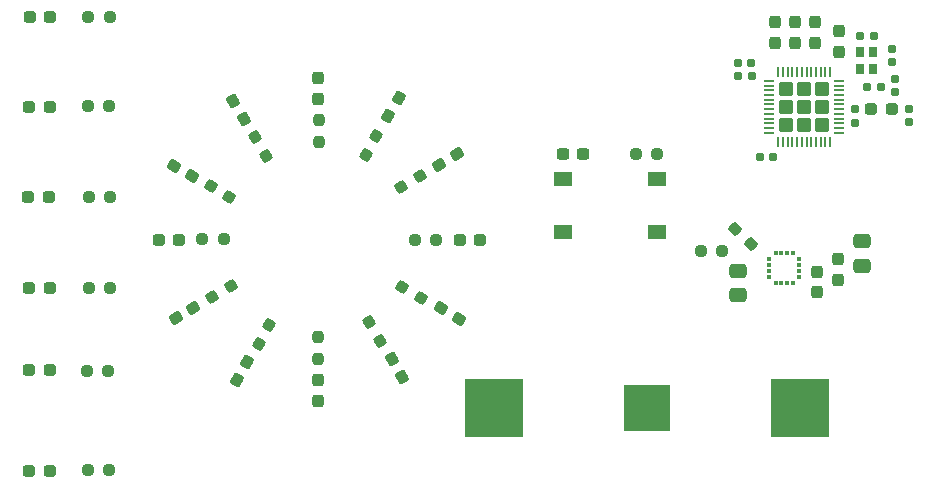
<source format=gbr>
%TF.GenerationSoftware,KiCad,Pcbnew,7.0.6*%
%TF.CreationDate,2024-12-04T01:06:54+01:00*%
%TF.ProjectId,nRF52832_visitcard,6e524635-3238-4333-925f-766973697463,v0.1*%
%TF.SameCoordinates,Original*%
%TF.FileFunction,Paste,Top*%
%TF.FilePolarity,Positive*%
%FSLAX46Y46*%
G04 Gerber Fmt 4.6, Leading zero omitted, Abs format (unit mm)*
G04 Created by KiCad (PCBNEW 7.0.6) date 2024-12-04 01:06:54*
%MOMM*%
%LPD*%
G01*
G04 APERTURE LIST*
G04 Aperture macros list*
%AMRoundRect*
0 Rectangle with rounded corners*
0 $1 Rounding radius*
0 $2 $3 $4 $5 $6 $7 $8 $9 X,Y pos of 4 corners*
0 Add a 4 corners polygon primitive as box body*
4,1,4,$2,$3,$4,$5,$6,$7,$8,$9,$2,$3,0*
0 Add four circle primitives for the rounded corners*
1,1,$1+$1,$2,$3*
1,1,$1+$1,$4,$5*
1,1,$1+$1,$6,$7*
1,1,$1+$1,$8,$9*
0 Add four rect primitives between the rounded corners*
20,1,$1+$1,$2,$3,$4,$5,0*
20,1,$1+$1,$4,$5,$6,$7,0*
20,1,$1+$1,$6,$7,$8,$9,0*
20,1,$1+$1,$8,$9,$2,$3,0*%
G04 Aperture macros list end*
%ADD10R,0.450000X0.300000*%
%ADD11R,0.300000X0.450000*%
%ADD12RoundRect,0.250000X-0.475000X0.337500X-0.475000X-0.337500X0.475000X-0.337500X0.475000X0.337500X0*%
%ADD13RoundRect,0.237500X0.344715X-0.008839X-0.008839X0.344715X-0.344715X0.008839X0.008839X-0.344715X0*%
%ADD14RoundRect,0.237500X-0.237500X0.250000X-0.237500X-0.250000X0.237500X-0.250000X0.237500X0.250000X0*%
%ADD15RoundRect,0.237500X0.237500X-0.250000X0.237500X0.250000X-0.237500X0.250000X-0.237500X-0.250000X0*%
%ADD16RoundRect,0.155000X-0.155000X0.212500X-0.155000X-0.212500X0.155000X-0.212500X0.155000X0.212500X0*%
%ADD17RoundRect,0.050000X-0.050000X-0.350000X0.050000X-0.350000X0.050000X0.350000X-0.050000X0.350000X0*%
%ADD18RoundRect,0.050000X-0.350000X-0.050000X0.350000X-0.050000X0.350000X0.050000X-0.350000X0.050000X0*%
%ADD19RoundRect,0.250000X-0.370000X-0.370000X0.370000X-0.370000X0.370000X0.370000X-0.370000X0.370000X0*%
%ADD20RoundRect,0.237500X-0.130232X-0.349431X0.367732X-0.061931X0.130232X0.349431X-0.367732X0.061931X0*%
%ADD21RoundRect,0.237500X0.250000X0.237500X-0.250000X0.237500X-0.250000X-0.237500X0.250000X-0.237500X0*%
%ADD22RoundRect,0.237500X-0.287500X-0.237500X0.287500X-0.237500X0.287500X0.237500X-0.287500X0.237500X0*%
%ADD23RoundRect,0.237500X-0.250000X-0.237500X0.250000X-0.237500X0.250000X0.237500X-0.250000X0.237500X0*%
%ADD24RoundRect,0.237500X0.237500X-0.300000X0.237500X0.300000X-0.237500X0.300000X-0.237500X-0.300000X0*%
%ADD25RoundRect,0.237500X-0.330681X0.097756X-0.080681X-0.335256X0.330681X-0.097756X0.080681X0.335256X0*%
%ADD26RoundRect,0.155000X0.155000X-0.212500X0.155000X0.212500X-0.155000X0.212500X-0.155000X-0.212500X0*%
%ADD27RoundRect,0.237500X-0.237500X0.287500X-0.237500X-0.287500X0.237500X-0.287500X0.237500X0.287500X0*%
%ADD28RoundRect,0.237500X0.237500X-0.287500X0.237500X0.287500X-0.237500X0.287500X-0.237500X-0.287500X0*%
%ADD29RoundRect,0.237500X0.349431X-0.130232X0.061931X0.367732X-0.349431X0.130232X-0.061931X-0.367732X0*%
%ADD30RoundRect,0.237500X0.287500X0.237500X-0.287500X0.237500X-0.287500X-0.237500X0.287500X-0.237500X0*%
%ADD31RoundRect,0.237500X-0.335256X-0.080681X0.097756X-0.330681X0.335256X0.080681X-0.097756X0.330681X0*%
%ADD32RoundRect,0.237500X-0.237500X0.300000X-0.237500X-0.300000X0.237500X-0.300000X0.237500X0.300000X0*%
%ADD33R,0.800000X0.900000*%
%ADD34RoundRect,0.237500X0.335256X0.080681X-0.097756X0.330681X-0.335256X-0.080681X0.097756X-0.330681X0*%
%ADD35RoundRect,0.155000X0.212500X0.155000X-0.212500X0.155000X-0.212500X-0.155000X0.212500X-0.155000X0*%
%ADD36RoundRect,0.237500X0.367732X0.061931X-0.130232X0.349431X-0.367732X-0.061931X0.130232X-0.349431X0*%
%ADD37RoundRect,0.237500X0.061931X-0.367732X0.349431X0.130232X-0.061931X0.367732X-0.349431X-0.130232X0*%
%ADD38RoundRect,0.237500X-0.080681X0.335256X-0.330681X-0.097756X0.080681X-0.335256X0.330681X0.097756X0*%
%ADD39RoundRect,0.237500X-0.367732X-0.061931X0.130232X-0.349431X0.367732X0.061931X-0.130232X0.349431X0*%
%ADD40RoundRect,0.155000X-0.212500X-0.155000X0.212500X-0.155000X0.212500X0.155000X-0.212500X0.155000X0*%
%ADD41RoundRect,0.237500X-0.061931X0.367732X-0.349431X-0.130232X0.061931X-0.367732X0.349431X0.130232X0*%
%ADD42RoundRect,0.237500X-0.300000X-0.237500X0.300000X-0.237500X0.300000X0.237500X-0.300000X0.237500X0*%
%ADD43RoundRect,0.237500X0.097756X0.330681X-0.335256X0.080681X-0.097756X-0.330681X0.335256X-0.080681X0*%
%ADD44RoundRect,0.237500X-0.349431X0.130232X-0.061931X-0.367732X0.349431X-0.130232X0.061931X0.367732X0*%
%ADD45RoundRect,0.237500X0.130232X0.349431X-0.367732X0.061931X-0.130232X-0.349431X0.367732X-0.061931X0*%
%ADD46R,5.000000X5.000000*%
%ADD47R,4.000000X4.000000*%
%ADD48RoundRect,0.237500X-0.097756X-0.330681X0.335256X-0.080681X0.097756X0.330681X-0.335256X0.080681X0*%
%ADD49R,1.550000X1.300000*%
%ADD50RoundRect,0.237500X0.080681X-0.335256X0.330681X0.097756X-0.080681X0.335256X-0.330681X-0.097756X0*%
%ADD51RoundRect,0.237500X0.330681X-0.097756X0.080681X0.335256X-0.330681X0.097756X-0.080681X-0.335256X0*%
G04 APERTURE END LIST*
D10*
%TO.C,U2*%
X165572600Y-106680000D03*
X165572600Y-107180000D03*
X165572600Y-107680000D03*
X165572600Y-108180000D03*
D11*
X166097600Y-108705000D03*
X166597600Y-108705000D03*
X167097600Y-108705000D03*
X167597600Y-108705000D03*
D10*
X168122600Y-108180000D03*
X168122600Y-107680000D03*
X168122600Y-107180000D03*
X168122600Y-106680000D03*
D11*
X167597600Y-106155000D03*
X167097600Y-106155000D03*
X166597600Y-106155000D03*
X166097600Y-106155000D03*
%TD*%
D12*
%TO.C,C16*%
X173380400Y-105159900D03*
X173380400Y-107234900D03*
%TD*%
D13*
%TO.C,R2*%
X163992635Y-105420235D03*
X162702165Y-104129765D03*
%TD*%
D14*
%TO.C,R15*%
X127355600Y-113285900D03*
X127355600Y-115110900D03*
%TD*%
D15*
%TO.C,R14*%
X127406400Y-96746700D03*
X127406400Y-94921700D03*
%TD*%
D16*
%TO.C,C15*%
X177393600Y-93962600D03*
X177393600Y-95097600D03*
%TD*%
D17*
%TO.C,U1*%
X166329000Y-90820800D03*
X166729000Y-90820800D03*
X167129000Y-90820800D03*
X167529000Y-90820800D03*
X167929000Y-90820800D03*
X168329000Y-90820800D03*
X168729000Y-90820800D03*
X169129000Y-90820800D03*
X169529000Y-90820800D03*
X169929000Y-90820800D03*
X170329000Y-90820800D03*
X170729000Y-90820800D03*
D18*
X171479000Y-91570800D03*
X171479000Y-91970800D03*
X171479000Y-92370800D03*
X171479000Y-92770800D03*
X171479000Y-93170800D03*
X171479000Y-93570800D03*
X171479000Y-93970800D03*
X171479000Y-94370800D03*
X171479000Y-94770800D03*
X171479000Y-95170800D03*
X171479000Y-95570800D03*
X171479000Y-95970800D03*
D17*
X170729000Y-96720800D03*
X170329000Y-96720800D03*
X169929000Y-96720800D03*
X169529000Y-96720800D03*
X169129000Y-96720800D03*
X168729000Y-96720800D03*
X168329000Y-96720800D03*
X167929000Y-96720800D03*
X167529000Y-96720800D03*
X167129000Y-96720800D03*
X166729000Y-96720800D03*
X166329000Y-96720800D03*
D18*
X165579000Y-95970800D03*
X165579000Y-95570800D03*
X165579000Y-95170800D03*
X165579000Y-94770800D03*
X165579000Y-94370800D03*
X165579000Y-93970800D03*
X165579000Y-93570800D03*
X165579000Y-93170800D03*
X165579000Y-92770800D03*
X165579000Y-92370800D03*
X165579000Y-91970800D03*
X165579000Y-91570800D03*
D19*
X170059000Y-95300800D03*
X170059000Y-93770800D03*
X170059000Y-92240800D03*
X168529000Y-95300800D03*
X168529000Y-93770800D03*
X168529000Y-92240800D03*
X166999000Y-95300800D03*
X166999000Y-93770800D03*
X166999000Y-92240800D03*
%TD*%
D20*
%TO.C,D9*%
X115299056Y-111644400D03*
X116814600Y-110769400D03*
%TD*%
D21*
%TO.C,R5*%
X109775000Y-109143800D03*
X107950000Y-109143800D03*
%TD*%
D22*
%TO.C,D16*%
X102898000Y-109143800D03*
X104648000Y-109143800D03*
%TD*%
D23*
%TO.C,R21*%
X154256100Y-97739200D03*
X156081100Y-97739200D03*
%TD*%
D24*
%TO.C,C2*%
X171475400Y-89102100D03*
X171475400Y-87377100D03*
%TD*%
D25*
%TO.C,R17*%
X131699000Y-112014000D03*
X132611500Y-113594496D03*
%TD*%
D22*
%TO.C,D17*%
X102898000Y-116052600D03*
X104648000Y-116052600D03*
%TD*%
D26*
%TO.C,C6*%
X175971200Y-89975500D03*
X175971200Y-88840500D03*
%TD*%
D22*
%TO.C,D14*%
X102898000Y-93751400D03*
X104648000Y-93751400D03*
%TD*%
D27*
%TO.C,D1*%
X127381000Y-91341000D03*
X127381000Y-93091000D03*
%TD*%
D28*
%TO.C,L2*%
X167767000Y-88350000D03*
X167767000Y-86600000D03*
%TD*%
D24*
%TO.C,C3*%
X169468800Y-88339000D03*
X169468800Y-86614000D03*
%TD*%
D29*
%TO.C,D6*%
X134498700Y-116657972D03*
X133623700Y-115142428D03*
%TD*%
D30*
%TO.C,D4*%
X141094400Y-105054400D03*
X139344400Y-105054400D03*
%TD*%
D31*
%TO.C,R19*%
X134467600Y-109067600D03*
X136048096Y-109980100D03*
%TD*%
D12*
%TO.C,C11*%
X162890200Y-107670600D03*
X162890200Y-109745600D03*
%TD*%
D32*
%TO.C,C9*%
X171373800Y-106682200D03*
X171373800Y-108407200D03*
%TD*%
D22*
%TO.C,L3*%
X174210800Y-93958400D03*
X175960800Y-93958400D03*
%TD*%
%TO.C,D15*%
X102847200Y-101396800D03*
X104597200Y-101396800D03*
%TD*%
D33*
%TO.C,Y1*%
X174387600Y-90539800D03*
X174387600Y-89139800D03*
X173287600Y-89139800D03*
X173287600Y-90539800D03*
%TD*%
D34*
%TO.C,R10*%
X119865448Y-101395850D03*
X118284952Y-100483350D03*
%TD*%
D35*
%TO.C,C4*%
X165896100Y-98044000D03*
X164761100Y-98044000D03*
%TD*%
D21*
%TO.C,R4*%
X109622600Y-116128800D03*
X107797600Y-116128800D03*
%TD*%
D36*
%TO.C,D5*%
X139285144Y-111720600D03*
X137769600Y-110845600D03*
%TD*%
D32*
%TO.C,C10*%
X169646600Y-109446400D03*
X169646600Y-107721400D03*
%TD*%
D22*
%TO.C,D18*%
X102909400Y-124587000D03*
X104659400Y-124587000D03*
%TD*%
D35*
%TO.C,C14*%
X174998000Y-92100400D03*
X173863000Y-92100400D03*
%TD*%
D22*
%TO.C,D13*%
X102960200Y-86156800D03*
X104710200Y-86156800D03*
%TD*%
D28*
%TO.C,D7*%
X127381000Y-118666200D03*
X127381000Y-116916200D03*
%TD*%
D21*
%TO.C,R3*%
X109675300Y-124561600D03*
X107850300Y-124561600D03*
%TD*%
D37*
%TO.C,D8*%
X120486200Y-116907744D03*
X121361200Y-115392200D03*
%TD*%
D38*
%TO.C,R13*%
X123239850Y-112239752D03*
X122327350Y-113820248D03*
%TD*%
D16*
%TO.C,C13*%
X176250600Y-91389200D03*
X176250600Y-92524200D03*
%TD*%
D35*
%TO.C,C8*%
X164050600Y-90068400D03*
X162915600Y-90068400D03*
%TD*%
D21*
%TO.C,R6*%
X109775000Y-101371400D03*
X107950000Y-101371400D03*
%TD*%
%TO.C,R7*%
X109698800Y-93726000D03*
X107873800Y-93726000D03*
%TD*%
D39*
%TO.C,D11*%
X115167828Y-98749500D03*
X116683372Y-99624500D03*
%TD*%
D40*
%TO.C,C5*%
X173270100Y-87757000D03*
X174405100Y-87757000D03*
%TD*%
D41*
%TO.C,D2*%
X134191050Y-93066980D03*
X133316050Y-94582524D03*
%TD*%
D23*
%TO.C,R20*%
X135559800Y-105054400D03*
X137384800Y-105054400D03*
%TD*%
D42*
%TO.C,C12*%
X148083100Y-97790000D03*
X149808100Y-97790000D03*
%TD*%
D43*
%TO.C,R11*%
X119967048Y-108941550D03*
X118386552Y-109854050D03*
%TD*%
D44*
%TO.C,D12*%
X120192800Y-93319600D03*
X121067800Y-94835144D03*
%TD*%
D22*
%TO.C,D10*%
X113856800Y-105029000D03*
X115606800Y-105029000D03*
%TD*%
D45*
%TO.C,D3*%
X139118648Y-97790950D03*
X137603104Y-98665950D03*
%TD*%
D35*
%TO.C,C1*%
X164067300Y-91135200D03*
X162932300Y-91135200D03*
%TD*%
D46*
%TO.C,BT1*%
X168194800Y-119278400D03*
X142294800Y-119278400D03*
D47*
X155244800Y-119278400D03*
%TD*%
D48*
%TO.C,R18*%
X134388552Y-100583050D03*
X135969048Y-99670550D03*
%TD*%
D49*
%TO.C,SW1*%
X148145600Y-99858000D03*
X156095600Y-99858000D03*
X148145600Y-104358000D03*
X156095600Y-104358000D03*
%TD*%
D21*
%TO.C,R1*%
X161592900Y-105943400D03*
X159767900Y-105943400D03*
%TD*%
%TO.C,R9*%
X119403500Y-104978200D03*
X117578500Y-104978200D03*
%TD*%
D50*
%TO.C,R16*%
X131394200Y-97840800D03*
X132306700Y-96260304D03*
%TD*%
D21*
%TO.C,R8*%
X109753400Y-86156800D03*
X107928400Y-86156800D03*
%TD*%
D16*
%TO.C,C7*%
X172799800Y-93975100D03*
X172799800Y-95110100D03*
%TD*%
D27*
%TO.C,L1*%
X166090600Y-86614000D03*
X166090600Y-88364000D03*
%TD*%
D51*
%TO.C,R12*%
X122934100Y-97948096D03*
X122021600Y-96367600D03*
%TD*%
M02*

</source>
